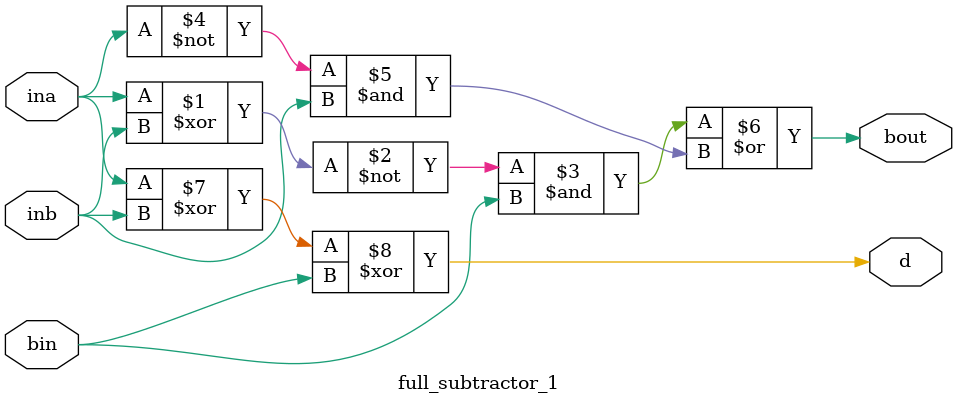
<source format=v>
`timescale 1ns / 1ps

module full_subtractor_1(
    input ina, inb, bin,
    output bout, d
);

assign bout = ((~(ina ^ inb)) & bin) | ((~ina) & inb);
assign d = (ina ^ inb) ^ bin;

endmodule
</source>
